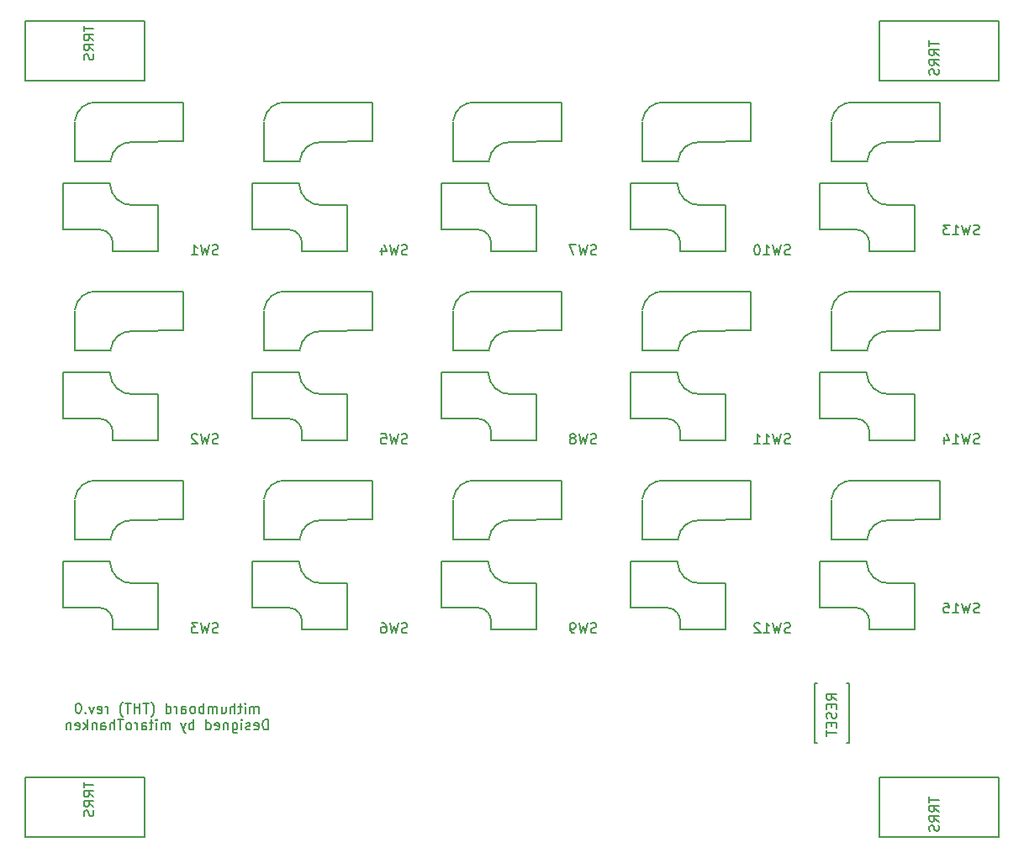
<source format=gbo>
G04 #@! TF.GenerationSoftware,KiCad,Pcbnew,(5.1.0)-1*
G04 #@! TF.CreationDate,2019-04-24T01:58:38+09:00*
G04 #@! TF.ProjectId,mithumboard,6d697468-756d-4626-9f61-72642e6b6963,rev?*
G04 #@! TF.SameCoordinates,Original*
G04 #@! TF.FileFunction,Legend,Bot*
G04 #@! TF.FilePolarity,Positive*
%FSLAX46Y46*%
G04 Gerber Fmt 4.6, Leading zero omitted, Abs format (unit mm)*
G04 Created by KiCad (PCBNEW (5.1.0)-1) date 2019-04-24 01:58:38*
%MOMM*%
%LPD*%
G04 APERTURE LIST*
%ADD10C,0.150000*%
G04 APERTURE END LIST*
D10*
X83485476Y-112117380D02*
X83485476Y-111450714D01*
X83485476Y-111545952D02*
X83437857Y-111498333D01*
X83342619Y-111450714D01*
X83199761Y-111450714D01*
X83104523Y-111498333D01*
X83056904Y-111593571D01*
X83056904Y-112117380D01*
X83056904Y-111593571D02*
X83009285Y-111498333D01*
X82914047Y-111450714D01*
X82771190Y-111450714D01*
X82675952Y-111498333D01*
X82628333Y-111593571D01*
X82628333Y-112117380D01*
X82152142Y-112117380D02*
X82152142Y-111450714D01*
X82152142Y-111117380D02*
X82199761Y-111165000D01*
X82152142Y-111212619D01*
X82104523Y-111165000D01*
X82152142Y-111117380D01*
X82152142Y-111212619D01*
X81818809Y-111450714D02*
X81437857Y-111450714D01*
X81675952Y-111117380D02*
X81675952Y-111974523D01*
X81628333Y-112069761D01*
X81533095Y-112117380D01*
X81437857Y-112117380D01*
X81104523Y-112117380D02*
X81104523Y-111117380D01*
X80675952Y-112117380D02*
X80675952Y-111593571D01*
X80723571Y-111498333D01*
X80818809Y-111450714D01*
X80961666Y-111450714D01*
X81056904Y-111498333D01*
X81104523Y-111545952D01*
X79771190Y-111450714D02*
X79771190Y-112117380D01*
X80199761Y-111450714D02*
X80199761Y-111974523D01*
X80152142Y-112069761D01*
X80056904Y-112117380D01*
X79914047Y-112117380D01*
X79818809Y-112069761D01*
X79771190Y-112022142D01*
X79295000Y-112117380D02*
X79295000Y-111450714D01*
X79295000Y-111545952D02*
X79247380Y-111498333D01*
X79152142Y-111450714D01*
X79009285Y-111450714D01*
X78914047Y-111498333D01*
X78866428Y-111593571D01*
X78866428Y-112117380D01*
X78866428Y-111593571D02*
X78818809Y-111498333D01*
X78723571Y-111450714D01*
X78580714Y-111450714D01*
X78485476Y-111498333D01*
X78437857Y-111593571D01*
X78437857Y-112117380D01*
X77961666Y-112117380D02*
X77961666Y-111117380D01*
X77961666Y-111498333D02*
X77866428Y-111450714D01*
X77675952Y-111450714D01*
X77580714Y-111498333D01*
X77533095Y-111545952D01*
X77485476Y-111641190D01*
X77485476Y-111926904D01*
X77533095Y-112022142D01*
X77580714Y-112069761D01*
X77675952Y-112117380D01*
X77866428Y-112117380D01*
X77961666Y-112069761D01*
X76914047Y-112117380D02*
X77009285Y-112069761D01*
X77056904Y-112022142D01*
X77104523Y-111926904D01*
X77104523Y-111641190D01*
X77056904Y-111545952D01*
X77009285Y-111498333D01*
X76914047Y-111450714D01*
X76771190Y-111450714D01*
X76675952Y-111498333D01*
X76628333Y-111545952D01*
X76580714Y-111641190D01*
X76580714Y-111926904D01*
X76628333Y-112022142D01*
X76675952Y-112069761D01*
X76771190Y-112117380D01*
X76914047Y-112117380D01*
X75723571Y-112117380D02*
X75723571Y-111593571D01*
X75771190Y-111498333D01*
X75866428Y-111450714D01*
X76056904Y-111450714D01*
X76152142Y-111498333D01*
X75723571Y-112069761D02*
X75818809Y-112117380D01*
X76056904Y-112117380D01*
X76152142Y-112069761D01*
X76199761Y-111974523D01*
X76199761Y-111879285D01*
X76152142Y-111784047D01*
X76056904Y-111736428D01*
X75818809Y-111736428D01*
X75723571Y-111688809D01*
X75247380Y-112117380D02*
X75247380Y-111450714D01*
X75247380Y-111641190D02*
X75199761Y-111545952D01*
X75152142Y-111498333D01*
X75056904Y-111450714D01*
X74961666Y-111450714D01*
X74199761Y-112117380D02*
X74199761Y-111117380D01*
X74199761Y-112069761D02*
X74295000Y-112117380D01*
X74485476Y-112117380D01*
X74580714Y-112069761D01*
X74628333Y-112022142D01*
X74675952Y-111926904D01*
X74675952Y-111641190D01*
X74628333Y-111545952D01*
X74580714Y-111498333D01*
X74485476Y-111450714D01*
X74295000Y-111450714D01*
X74199761Y-111498333D01*
X72675952Y-112498333D02*
X72723571Y-112450714D01*
X72818809Y-112307857D01*
X72866428Y-112212619D01*
X72914047Y-112069761D01*
X72961666Y-111831666D01*
X72961666Y-111641190D01*
X72914047Y-111403095D01*
X72866428Y-111260238D01*
X72818809Y-111165000D01*
X72723571Y-111022142D01*
X72675952Y-110974523D01*
X72437857Y-111117380D02*
X71866428Y-111117380D01*
X72152142Y-112117380D02*
X72152142Y-111117380D01*
X71533095Y-112117380D02*
X71533095Y-111117380D01*
X71533095Y-111593571D02*
X70961666Y-111593571D01*
X70961666Y-112117380D02*
X70961666Y-111117380D01*
X70628333Y-111117380D02*
X70056904Y-111117380D01*
X70342619Y-112117380D02*
X70342619Y-111117380D01*
X69818809Y-112498333D02*
X69771190Y-112450714D01*
X69675952Y-112307857D01*
X69628333Y-112212619D01*
X69580714Y-112069761D01*
X69533095Y-111831666D01*
X69533095Y-111641190D01*
X69580714Y-111403095D01*
X69628333Y-111260238D01*
X69675952Y-111165000D01*
X69771190Y-111022142D01*
X69818809Y-110974523D01*
X68295000Y-112117380D02*
X68295000Y-111450714D01*
X68295000Y-111641190D02*
X68247380Y-111545952D01*
X68199761Y-111498333D01*
X68104523Y-111450714D01*
X68009285Y-111450714D01*
X67295000Y-112069761D02*
X67390238Y-112117380D01*
X67580714Y-112117380D01*
X67675952Y-112069761D01*
X67723571Y-111974523D01*
X67723571Y-111593571D01*
X67675952Y-111498333D01*
X67580714Y-111450714D01*
X67390238Y-111450714D01*
X67295000Y-111498333D01*
X67247380Y-111593571D01*
X67247380Y-111688809D01*
X67723571Y-111784047D01*
X66914047Y-111450714D02*
X66675952Y-112117380D01*
X66437857Y-111450714D01*
X66056904Y-112022142D02*
X66009285Y-112069761D01*
X66056904Y-112117380D01*
X66104523Y-112069761D01*
X66056904Y-112022142D01*
X66056904Y-112117380D01*
X65390238Y-111117380D02*
X65294999Y-111117380D01*
X65199761Y-111165000D01*
X65152142Y-111212619D01*
X65104523Y-111307857D01*
X65056904Y-111498333D01*
X65056904Y-111736428D01*
X65104523Y-111926904D01*
X65152142Y-112022142D01*
X65199761Y-112069761D01*
X65294999Y-112117380D01*
X65390238Y-112117380D01*
X65485476Y-112069761D01*
X65533095Y-112022142D01*
X65580714Y-111926904D01*
X65628333Y-111736428D01*
X65628333Y-111498333D01*
X65580714Y-111307857D01*
X65533095Y-111212619D01*
X65485476Y-111165000D01*
X65390238Y-111117380D01*
X84437857Y-113767380D02*
X84437857Y-112767380D01*
X84199761Y-112767380D01*
X84056904Y-112815000D01*
X83961666Y-112910238D01*
X83914047Y-113005476D01*
X83866428Y-113195952D01*
X83866428Y-113338809D01*
X83914047Y-113529285D01*
X83961666Y-113624523D01*
X84056904Y-113719761D01*
X84199761Y-113767380D01*
X84437857Y-113767380D01*
X83056904Y-113719761D02*
X83152142Y-113767380D01*
X83342619Y-113767380D01*
X83437857Y-113719761D01*
X83485476Y-113624523D01*
X83485476Y-113243571D01*
X83437857Y-113148333D01*
X83342619Y-113100714D01*
X83152142Y-113100714D01*
X83056904Y-113148333D01*
X83009285Y-113243571D01*
X83009285Y-113338809D01*
X83485476Y-113434047D01*
X82628333Y-113719761D02*
X82533095Y-113767380D01*
X82342619Y-113767380D01*
X82247380Y-113719761D01*
X82199761Y-113624523D01*
X82199761Y-113576904D01*
X82247380Y-113481666D01*
X82342619Y-113434047D01*
X82485476Y-113434047D01*
X82580714Y-113386428D01*
X82628333Y-113291190D01*
X82628333Y-113243571D01*
X82580714Y-113148333D01*
X82485476Y-113100714D01*
X82342619Y-113100714D01*
X82247380Y-113148333D01*
X81771190Y-113767380D02*
X81771190Y-113100714D01*
X81771190Y-112767380D02*
X81818809Y-112815000D01*
X81771190Y-112862619D01*
X81723571Y-112815000D01*
X81771190Y-112767380D01*
X81771190Y-112862619D01*
X80866428Y-113100714D02*
X80866428Y-113910238D01*
X80914047Y-114005476D01*
X80961666Y-114053095D01*
X81056904Y-114100714D01*
X81199761Y-114100714D01*
X81295000Y-114053095D01*
X80866428Y-113719761D02*
X80961666Y-113767380D01*
X81152142Y-113767380D01*
X81247380Y-113719761D01*
X81295000Y-113672142D01*
X81342619Y-113576904D01*
X81342619Y-113291190D01*
X81295000Y-113195952D01*
X81247380Y-113148333D01*
X81152142Y-113100714D01*
X80961666Y-113100714D01*
X80866428Y-113148333D01*
X80390238Y-113100714D02*
X80390238Y-113767380D01*
X80390238Y-113195952D02*
X80342619Y-113148333D01*
X80247380Y-113100714D01*
X80104523Y-113100714D01*
X80009285Y-113148333D01*
X79961666Y-113243571D01*
X79961666Y-113767380D01*
X79104523Y-113719761D02*
X79199761Y-113767380D01*
X79390238Y-113767380D01*
X79485476Y-113719761D01*
X79533095Y-113624523D01*
X79533095Y-113243571D01*
X79485476Y-113148333D01*
X79390238Y-113100714D01*
X79199761Y-113100714D01*
X79104523Y-113148333D01*
X79056904Y-113243571D01*
X79056904Y-113338809D01*
X79533095Y-113434047D01*
X78199761Y-113767380D02*
X78199761Y-112767380D01*
X78199761Y-113719761D02*
X78295000Y-113767380D01*
X78485476Y-113767380D01*
X78580714Y-113719761D01*
X78628333Y-113672142D01*
X78675952Y-113576904D01*
X78675952Y-113291190D01*
X78628333Y-113195952D01*
X78580714Y-113148333D01*
X78485476Y-113100714D01*
X78295000Y-113100714D01*
X78199761Y-113148333D01*
X76961666Y-113767380D02*
X76961666Y-112767380D01*
X76961666Y-113148333D02*
X76866428Y-113100714D01*
X76675952Y-113100714D01*
X76580714Y-113148333D01*
X76533095Y-113195952D01*
X76485476Y-113291190D01*
X76485476Y-113576904D01*
X76533095Y-113672142D01*
X76580714Y-113719761D01*
X76675952Y-113767380D01*
X76866428Y-113767380D01*
X76961666Y-113719761D01*
X76152142Y-113100714D02*
X75914047Y-113767380D01*
X75675952Y-113100714D02*
X75914047Y-113767380D01*
X76009285Y-114005476D01*
X76056904Y-114053095D01*
X76152142Y-114100714D01*
X74533095Y-113767380D02*
X74533095Y-113100714D01*
X74533095Y-113195952D02*
X74485476Y-113148333D01*
X74390238Y-113100714D01*
X74247380Y-113100714D01*
X74152142Y-113148333D01*
X74104523Y-113243571D01*
X74104523Y-113767380D01*
X74104523Y-113243571D02*
X74056904Y-113148333D01*
X73961666Y-113100714D01*
X73818809Y-113100714D01*
X73723571Y-113148333D01*
X73675952Y-113243571D01*
X73675952Y-113767380D01*
X73199761Y-113767380D02*
X73199761Y-113100714D01*
X73199761Y-112767380D02*
X73247380Y-112815000D01*
X73199761Y-112862619D01*
X73152142Y-112815000D01*
X73199761Y-112767380D01*
X73199761Y-112862619D01*
X72866428Y-113100714D02*
X72485476Y-113100714D01*
X72723571Y-112767380D02*
X72723571Y-113624523D01*
X72675952Y-113719761D01*
X72580714Y-113767380D01*
X72485476Y-113767380D01*
X71723571Y-113767380D02*
X71723571Y-113243571D01*
X71771190Y-113148333D01*
X71866428Y-113100714D01*
X72056904Y-113100714D01*
X72152142Y-113148333D01*
X71723571Y-113719761D02*
X71818809Y-113767380D01*
X72056904Y-113767380D01*
X72152142Y-113719761D01*
X72199761Y-113624523D01*
X72199761Y-113529285D01*
X72152142Y-113434047D01*
X72056904Y-113386428D01*
X71818809Y-113386428D01*
X71723571Y-113338809D01*
X71247380Y-113767380D02*
X71247380Y-113100714D01*
X71247380Y-113291190D02*
X71199761Y-113195952D01*
X71152142Y-113148333D01*
X71056904Y-113100714D01*
X70961666Y-113100714D01*
X70485476Y-113767380D02*
X70580714Y-113719761D01*
X70628333Y-113672142D01*
X70675952Y-113576904D01*
X70675952Y-113291190D01*
X70628333Y-113195952D01*
X70580714Y-113148333D01*
X70485476Y-113100714D01*
X70342619Y-113100714D01*
X70247380Y-113148333D01*
X70199761Y-113195952D01*
X70152142Y-113291190D01*
X70152142Y-113576904D01*
X70199761Y-113672142D01*
X70247380Y-113719761D01*
X70342619Y-113767380D01*
X70485476Y-113767380D01*
X69866428Y-112767380D02*
X69295000Y-112767380D01*
X69580714Y-113767380D02*
X69580714Y-112767380D01*
X68961666Y-113767380D02*
X68961666Y-112767380D01*
X68533095Y-113767380D02*
X68533095Y-113243571D01*
X68580714Y-113148333D01*
X68675952Y-113100714D01*
X68818809Y-113100714D01*
X68914047Y-113148333D01*
X68961666Y-113195952D01*
X67628333Y-113767380D02*
X67628333Y-113243571D01*
X67675952Y-113148333D01*
X67771190Y-113100714D01*
X67961666Y-113100714D01*
X68056904Y-113148333D01*
X67628333Y-113719761D02*
X67723571Y-113767380D01*
X67961666Y-113767380D01*
X68056904Y-113719761D01*
X68104523Y-113624523D01*
X68104523Y-113529285D01*
X68056904Y-113434047D01*
X67961666Y-113386428D01*
X67723571Y-113386428D01*
X67628333Y-113338809D01*
X67152142Y-113100714D02*
X67152142Y-113767380D01*
X67152142Y-113195952D02*
X67104523Y-113148333D01*
X67009285Y-113100714D01*
X66866428Y-113100714D01*
X66771190Y-113148333D01*
X66723571Y-113243571D01*
X66723571Y-113767380D01*
X66247380Y-113767380D02*
X66247380Y-112767380D01*
X66152142Y-113386428D02*
X65866428Y-113767380D01*
X65866428Y-113100714D02*
X66247380Y-113481666D01*
X65056904Y-113719761D02*
X65152142Y-113767380D01*
X65342619Y-113767380D01*
X65437857Y-113719761D01*
X65485476Y-113624523D01*
X65485476Y-113243571D01*
X65437857Y-113148333D01*
X65342619Y-113100714D01*
X65152142Y-113100714D01*
X65056904Y-113148333D01*
X65009285Y-113243571D01*
X65009285Y-113338809D01*
X65485476Y-113434047D01*
X64580714Y-113100714D02*
X64580714Y-113767380D01*
X64580714Y-113195952D02*
X64533095Y-113148333D01*
X64437857Y-113100714D01*
X64295000Y-113100714D01*
X64199761Y-113148333D01*
X64152142Y-113243571D01*
X64152142Y-113767380D01*
X125945001Y-83925001D02*
X125945001Y-84625001D01*
X125945001Y-83875001D02*
G75*
G03X124725001Y-82455001I-1320000J100000D01*
G01*
X125655001Y-77825001D02*
G75*
G03X128025001Y-79995001I2270000J100000D01*
G01*
X120950001Y-77825001D02*
X120925001Y-82425001D01*
X130525001Y-80025001D02*
X130525001Y-84625001D01*
X124725001Y-82450001D02*
X120950001Y-82450001D01*
X125650001Y-77800001D02*
X120950001Y-77800001D01*
X130500001Y-80000001D02*
X127950001Y-80000001D01*
X130500001Y-84650001D02*
X125950001Y-84650001D01*
X125740001Y-75505001D02*
G75*
G02X128000001Y-73625001I2070000J-190000D01*
G01*
X122136001Y-71505001D02*
G75*
G02X124400001Y-69621001I2074000J-190000D01*
G01*
X133025001Y-73575001D02*
X127975001Y-73621001D01*
X133025001Y-73529001D02*
X133025001Y-69621001D01*
X133025001Y-69621001D02*
X124400001Y-69621001D01*
X122125001Y-71575001D02*
X122125001Y-75520001D01*
X122125001Y-75529001D02*
X125735001Y-75529001D01*
X142974000Y-115109000D02*
X142724000Y-115109000D01*
X142974000Y-109109000D02*
X142974000Y-115109000D01*
X142724000Y-109109000D02*
X142974000Y-109109000D01*
X139474000Y-109109000D02*
X139724000Y-109109000D01*
X139474000Y-115109000D02*
X139474000Y-109109000D01*
X139724000Y-115109000D02*
X139474000Y-115109000D01*
X68795001Y-64875001D02*
X68795001Y-65575001D01*
X68795001Y-64825001D02*
G75*
G03X67575001Y-63405001I-1320000J100000D01*
G01*
X68505001Y-58775001D02*
G75*
G03X70875001Y-60945001I2270000J100000D01*
G01*
X63800001Y-58775001D02*
X63775001Y-63375001D01*
X73375001Y-60975001D02*
X73375001Y-65575001D01*
X67575001Y-63400001D02*
X63800001Y-63400001D01*
X68500001Y-58750001D02*
X63800001Y-58750001D01*
X73350001Y-60950001D02*
X70800001Y-60950001D01*
X73350001Y-65600001D02*
X68800001Y-65600001D01*
X68590001Y-56455001D02*
G75*
G02X70850001Y-54575001I2070000J-190000D01*
G01*
X64986001Y-52455001D02*
G75*
G02X67250001Y-50571001I2074000J-190000D01*
G01*
X75875001Y-54525001D02*
X70825001Y-54571001D01*
X75875001Y-54479001D02*
X75875001Y-50571001D01*
X75875001Y-50571001D02*
X67250001Y-50571001D01*
X64975001Y-52525001D02*
X64975001Y-56470001D01*
X64975001Y-56479001D02*
X68585001Y-56479001D01*
X68795001Y-83925001D02*
X68795001Y-84625001D01*
X68795001Y-83875001D02*
G75*
G03X67575001Y-82455001I-1320000J100000D01*
G01*
X68505001Y-77825001D02*
G75*
G03X70875001Y-79995001I2270000J100000D01*
G01*
X63800001Y-77825001D02*
X63775001Y-82425001D01*
X73375001Y-80025001D02*
X73375001Y-84625001D01*
X67575001Y-82450001D02*
X63800001Y-82450001D01*
X68500001Y-77800001D02*
X63800001Y-77800001D01*
X73350001Y-80000001D02*
X70800001Y-80000001D01*
X73350001Y-84650001D02*
X68800001Y-84650001D01*
X68590001Y-75505001D02*
G75*
G02X70850001Y-73625001I2070000J-190000D01*
G01*
X64986001Y-71505001D02*
G75*
G02X67250001Y-69621001I2074000J-190000D01*
G01*
X75875001Y-73575001D02*
X70825001Y-73621001D01*
X75875001Y-73529001D02*
X75875001Y-69621001D01*
X75875001Y-69621001D02*
X67250001Y-69621001D01*
X64975001Y-71575001D02*
X64975001Y-75520001D01*
X64975001Y-75529001D02*
X68585001Y-75529001D01*
X68795001Y-102975001D02*
X68795001Y-103675001D01*
X68795001Y-102925001D02*
G75*
G03X67575001Y-101505001I-1320000J100000D01*
G01*
X68505001Y-96875001D02*
G75*
G03X70875001Y-99045001I2270000J100000D01*
G01*
X63800001Y-96875001D02*
X63775001Y-101475001D01*
X73375001Y-99075001D02*
X73375001Y-103675001D01*
X67575001Y-101500001D02*
X63800001Y-101500001D01*
X68500001Y-96850001D02*
X63800001Y-96850001D01*
X73350001Y-99050001D02*
X70800001Y-99050001D01*
X73350001Y-103700001D02*
X68800001Y-103700001D01*
X68590001Y-94555001D02*
G75*
G02X70850001Y-92675001I2070000J-190000D01*
G01*
X64986001Y-90555001D02*
G75*
G02X67250001Y-88671001I2074000J-190000D01*
G01*
X75875001Y-92625001D02*
X70825001Y-92671001D01*
X75875001Y-92579001D02*
X75875001Y-88671001D01*
X75875001Y-88671001D02*
X67250001Y-88671001D01*
X64975001Y-90625001D02*
X64975001Y-94570001D01*
X64975001Y-94579001D02*
X68585001Y-94579001D01*
X87845001Y-64875001D02*
X87845001Y-65575001D01*
X87845001Y-64825001D02*
G75*
G03X86625001Y-63405001I-1320000J100000D01*
G01*
X87555001Y-58775001D02*
G75*
G03X89925001Y-60945001I2270000J100000D01*
G01*
X82850001Y-58775001D02*
X82825001Y-63375001D01*
X92425001Y-60975001D02*
X92425001Y-65575001D01*
X86625001Y-63400001D02*
X82850001Y-63400001D01*
X87550001Y-58750001D02*
X82850001Y-58750001D01*
X92400001Y-60950001D02*
X89850001Y-60950001D01*
X92400001Y-65600001D02*
X87850001Y-65600001D01*
X87640001Y-56455001D02*
G75*
G02X89900001Y-54575001I2070000J-190000D01*
G01*
X84036001Y-52455001D02*
G75*
G02X86300001Y-50571001I2074000J-190000D01*
G01*
X94925001Y-54525001D02*
X89875001Y-54571001D01*
X94925001Y-54479001D02*
X94925001Y-50571001D01*
X94925001Y-50571001D02*
X86300001Y-50571001D01*
X84025001Y-52525001D02*
X84025001Y-56470001D01*
X84025001Y-56479001D02*
X87635001Y-56479001D01*
X87845001Y-83925001D02*
X87845001Y-84625001D01*
X87845001Y-83875001D02*
G75*
G03X86625001Y-82455001I-1320000J100000D01*
G01*
X87555001Y-77825001D02*
G75*
G03X89925001Y-79995001I2270000J100000D01*
G01*
X82850001Y-77825001D02*
X82825001Y-82425001D01*
X92425001Y-80025001D02*
X92425001Y-84625001D01*
X86625001Y-82450001D02*
X82850001Y-82450001D01*
X87550001Y-77800001D02*
X82850001Y-77800001D01*
X92400001Y-80000001D02*
X89850001Y-80000001D01*
X92400001Y-84650001D02*
X87850001Y-84650001D01*
X87640001Y-75505001D02*
G75*
G02X89900001Y-73625001I2070000J-190000D01*
G01*
X84036001Y-71505001D02*
G75*
G02X86300001Y-69621001I2074000J-190000D01*
G01*
X94925001Y-73575001D02*
X89875001Y-73621001D01*
X94925001Y-73529001D02*
X94925001Y-69621001D01*
X94925001Y-69621001D02*
X86300001Y-69621001D01*
X84025001Y-71575001D02*
X84025001Y-75520001D01*
X84025001Y-75529001D02*
X87635001Y-75529001D01*
X87845001Y-102975001D02*
X87845001Y-103675001D01*
X87845001Y-102925001D02*
G75*
G03X86625001Y-101505001I-1320000J100000D01*
G01*
X87555001Y-96875001D02*
G75*
G03X89925001Y-99045001I2270000J100000D01*
G01*
X82850001Y-96875001D02*
X82825001Y-101475001D01*
X92425001Y-99075001D02*
X92425001Y-103675001D01*
X86625001Y-101500001D02*
X82850001Y-101500001D01*
X87550001Y-96850001D02*
X82850001Y-96850001D01*
X92400001Y-99050001D02*
X89850001Y-99050001D01*
X92400001Y-103700001D02*
X87850001Y-103700001D01*
X87640001Y-94555001D02*
G75*
G02X89900001Y-92675001I2070000J-190000D01*
G01*
X84036001Y-90555001D02*
G75*
G02X86300001Y-88671001I2074000J-190000D01*
G01*
X94925001Y-92625001D02*
X89875001Y-92671001D01*
X94925001Y-92579001D02*
X94925001Y-88671001D01*
X94925001Y-88671001D02*
X86300001Y-88671001D01*
X84025001Y-90625001D02*
X84025001Y-94570001D01*
X84025001Y-94579001D02*
X87635001Y-94579001D01*
X106895001Y-64875001D02*
X106895001Y-65575001D01*
X106895001Y-64825001D02*
G75*
G03X105675001Y-63405001I-1320000J100000D01*
G01*
X106605001Y-58775001D02*
G75*
G03X108975001Y-60945001I2270000J100000D01*
G01*
X101900001Y-58775001D02*
X101875001Y-63375001D01*
X111475001Y-60975001D02*
X111475001Y-65575001D01*
X105675001Y-63400001D02*
X101900001Y-63400001D01*
X106600001Y-58750001D02*
X101900001Y-58750001D01*
X111450001Y-60950001D02*
X108900001Y-60950001D01*
X111450001Y-65600001D02*
X106900001Y-65600001D01*
X106690001Y-56455001D02*
G75*
G02X108950001Y-54575001I2070000J-190000D01*
G01*
X103086001Y-52455001D02*
G75*
G02X105350001Y-50571001I2074000J-190000D01*
G01*
X113975001Y-54525001D02*
X108925001Y-54571001D01*
X113975001Y-54479001D02*
X113975001Y-50571001D01*
X113975001Y-50571001D02*
X105350001Y-50571001D01*
X103075001Y-52525001D02*
X103075001Y-56470001D01*
X103075001Y-56479001D02*
X106685001Y-56479001D01*
X106895001Y-83925001D02*
X106895001Y-84625001D01*
X106895001Y-83875001D02*
G75*
G03X105675001Y-82455001I-1320000J100000D01*
G01*
X106605001Y-77825001D02*
G75*
G03X108975001Y-79995001I2270000J100000D01*
G01*
X101900001Y-77825001D02*
X101875001Y-82425001D01*
X111475001Y-80025001D02*
X111475001Y-84625001D01*
X105675001Y-82450001D02*
X101900001Y-82450001D01*
X106600001Y-77800001D02*
X101900001Y-77800001D01*
X111450001Y-80000001D02*
X108900001Y-80000001D01*
X111450001Y-84650001D02*
X106900001Y-84650001D01*
X106690001Y-75505001D02*
G75*
G02X108950001Y-73625001I2070000J-190000D01*
G01*
X103086001Y-71505001D02*
G75*
G02X105350001Y-69621001I2074000J-190000D01*
G01*
X113975001Y-73575001D02*
X108925001Y-73621001D01*
X113975001Y-73529001D02*
X113975001Y-69621001D01*
X113975001Y-69621001D02*
X105350001Y-69621001D01*
X103075001Y-71575001D02*
X103075001Y-75520001D01*
X103075001Y-75529001D02*
X106685001Y-75529001D01*
X106895001Y-102975001D02*
X106895001Y-103675001D01*
X106895001Y-102925001D02*
G75*
G03X105675001Y-101505001I-1320000J100000D01*
G01*
X106605001Y-96875001D02*
G75*
G03X108975001Y-99045001I2270000J100000D01*
G01*
X101900001Y-96875001D02*
X101875001Y-101475001D01*
X111475001Y-99075001D02*
X111475001Y-103675001D01*
X105675001Y-101500001D02*
X101900001Y-101500001D01*
X106600001Y-96850001D02*
X101900001Y-96850001D01*
X111450001Y-99050001D02*
X108900001Y-99050001D01*
X111450001Y-103700001D02*
X106900001Y-103700001D01*
X106690001Y-94555001D02*
G75*
G02X108950001Y-92675001I2070000J-190000D01*
G01*
X103086001Y-90555001D02*
G75*
G02X105350001Y-88671001I2074000J-190000D01*
G01*
X113975001Y-92625001D02*
X108925001Y-92671001D01*
X113975001Y-92579001D02*
X113975001Y-88671001D01*
X113975001Y-88671001D02*
X105350001Y-88671001D01*
X103075001Y-90625001D02*
X103075001Y-94570001D01*
X103075001Y-94579001D02*
X106685001Y-94579001D01*
X125945001Y-64875001D02*
X125945001Y-65575001D01*
X125945001Y-64825001D02*
G75*
G03X124725001Y-63405001I-1320000J100000D01*
G01*
X125655001Y-58775001D02*
G75*
G03X128025001Y-60945001I2270000J100000D01*
G01*
X120950001Y-58775001D02*
X120925001Y-63375001D01*
X130525001Y-60975001D02*
X130525001Y-65575001D01*
X124725001Y-63400001D02*
X120950001Y-63400001D01*
X125650001Y-58750001D02*
X120950001Y-58750001D01*
X130500001Y-60950001D02*
X127950001Y-60950001D01*
X130500001Y-65600001D02*
X125950001Y-65600001D01*
X125740001Y-56455001D02*
G75*
G02X128000001Y-54575001I2070000J-190000D01*
G01*
X122136001Y-52455001D02*
G75*
G02X124400001Y-50571001I2074000J-190000D01*
G01*
X133025001Y-54525001D02*
X127975001Y-54571001D01*
X133025001Y-54479001D02*
X133025001Y-50571001D01*
X133025001Y-50571001D02*
X124400001Y-50571001D01*
X122125001Y-52525001D02*
X122125001Y-56470001D01*
X122125001Y-56479001D02*
X125735001Y-56479001D01*
X125945001Y-102975001D02*
X125945001Y-103675001D01*
X125945001Y-102925001D02*
G75*
G03X124725001Y-101505001I-1320000J100000D01*
G01*
X125655001Y-96875001D02*
G75*
G03X128025001Y-99045001I2270000J100000D01*
G01*
X120950001Y-96875001D02*
X120925001Y-101475001D01*
X130525001Y-99075001D02*
X130525001Y-103675001D01*
X124725001Y-101500001D02*
X120950001Y-101500001D01*
X125650001Y-96850001D02*
X120950001Y-96850001D01*
X130500001Y-99050001D02*
X127950001Y-99050001D01*
X130500001Y-103700001D02*
X125950001Y-103700001D01*
X125740001Y-94555001D02*
G75*
G02X128000001Y-92675001I2070000J-190000D01*
G01*
X122136001Y-90555001D02*
G75*
G02X124400001Y-88671001I2074000J-190000D01*
G01*
X133025001Y-92625001D02*
X127975001Y-92671001D01*
X133025001Y-92579001D02*
X133025001Y-88671001D01*
X133025001Y-88671001D02*
X124400001Y-88671001D01*
X122125001Y-90625001D02*
X122125001Y-94570001D01*
X122125001Y-94579001D02*
X125735001Y-94579001D01*
X144995001Y-64875001D02*
X144995001Y-65575001D01*
X144995001Y-64825001D02*
G75*
G03X143775001Y-63405001I-1320000J100000D01*
G01*
X144705001Y-58775001D02*
G75*
G03X147075001Y-60945001I2270000J100000D01*
G01*
X140000001Y-58775001D02*
X139975001Y-63375001D01*
X149575001Y-60975001D02*
X149575001Y-65575001D01*
X143775001Y-63400001D02*
X140000001Y-63400001D01*
X144700001Y-58750001D02*
X140000001Y-58750001D01*
X149550001Y-60950001D02*
X147000001Y-60950001D01*
X149550001Y-65600001D02*
X145000001Y-65600001D01*
X144790001Y-56455001D02*
G75*
G02X147050001Y-54575001I2070000J-190000D01*
G01*
X141186001Y-52455001D02*
G75*
G02X143450001Y-50571001I2074000J-190000D01*
G01*
X152075001Y-54525001D02*
X147025001Y-54571001D01*
X152075001Y-54479001D02*
X152075001Y-50571001D01*
X152075001Y-50571001D02*
X143450001Y-50571001D01*
X141175001Y-52525001D02*
X141175001Y-56470001D01*
X141175001Y-56479001D02*
X144785001Y-56479001D01*
X144995001Y-83925001D02*
X144995001Y-84625001D01*
X144995001Y-83875001D02*
G75*
G03X143775001Y-82455001I-1320000J100000D01*
G01*
X144705001Y-77825001D02*
G75*
G03X147075001Y-79995001I2270000J100000D01*
G01*
X140000001Y-77825001D02*
X139975001Y-82425001D01*
X149575001Y-80025001D02*
X149575001Y-84625001D01*
X143775001Y-82450001D02*
X140000001Y-82450001D01*
X144700001Y-77800001D02*
X140000001Y-77800001D01*
X149550001Y-80000001D02*
X147000001Y-80000001D01*
X149550001Y-84650001D02*
X145000001Y-84650001D01*
X144790001Y-75505001D02*
G75*
G02X147050001Y-73625001I2070000J-190000D01*
G01*
X141186001Y-71505001D02*
G75*
G02X143450001Y-69621001I2074000J-190000D01*
G01*
X152075001Y-73575001D02*
X147025001Y-73621001D01*
X152075001Y-73529001D02*
X152075001Y-69621001D01*
X152075001Y-69621001D02*
X143450001Y-69621001D01*
X141175001Y-71575001D02*
X141175001Y-75520001D01*
X141175001Y-75529001D02*
X144785001Y-75529001D01*
X144995001Y-102975001D02*
X144995001Y-103675001D01*
X144995001Y-102925001D02*
G75*
G03X143775001Y-101505001I-1320000J100000D01*
G01*
X144705001Y-96875001D02*
G75*
G03X147075001Y-99045001I2270000J100000D01*
G01*
X140000001Y-96875001D02*
X139975001Y-101475001D01*
X149575001Y-99075001D02*
X149575001Y-103675001D01*
X143775001Y-101500001D02*
X140000001Y-101500001D01*
X144700001Y-96850001D02*
X140000001Y-96850001D01*
X149550001Y-99050001D02*
X147000001Y-99050001D01*
X149550001Y-103700001D02*
X145000001Y-103700001D01*
X144790001Y-94555001D02*
G75*
G02X147050001Y-92675001I2070000J-190000D01*
G01*
X141186001Y-90555001D02*
G75*
G02X143450001Y-88671001I2074000J-190000D01*
G01*
X152075001Y-92625001D02*
X147025001Y-92671001D01*
X152075001Y-92579001D02*
X152075001Y-88671001D01*
X152075001Y-88671001D02*
X143450001Y-88671001D01*
X141175001Y-90625001D02*
X141175001Y-94570001D01*
X141175001Y-94579001D02*
X144785001Y-94579001D01*
X146025000Y-124575000D02*
X158025000Y-124575000D01*
X146025000Y-118575000D02*
X146025000Y-124575000D01*
X158025000Y-118575000D02*
X146025000Y-118575000D01*
X158025000Y-124575000D02*
X158025000Y-118575000D01*
X71980000Y-118575000D02*
X59980000Y-118575000D01*
X71980000Y-124575000D02*
X71980000Y-118575000D01*
X59980000Y-124575000D02*
X71980000Y-124575000D01*
X59980000Y-118575000D02*
X59980000Y-124575000D01*
X146025000Y-48375000D02*
X158025000Y-48375000D01*
X146025000Y-42375000D02*
X146025000Y-48375000D01*
X158025000Y-42375000D02*
X146025000Y-42375000D01*
X158025000Y-48375000D02*
X158025000Y-42375000D01*
X71980000Y-42375000D02*
X59980000Y-42375000D01*
X71980000Y-48375000D02*
X71980000Y-42375000D01*
X59980000Y-48375000D02*
X71980000Y-48375000D01*
X59980000Y-42375000D02*
X59980000Y-48375000D01*
X137034524Y-84929762D02*
X136891667Y-84977381D01*
X136653572Y-84977381D01*
X136558334Y-84929762D01*
X136510715Y-84882143D01*
X136463096Y-84786905D01*
X136463096Y-84691667D01*
X136510715Y-84596429D01*
X136558334Y-84548810D01*
X136653572Y-84501191D01*
X136844048Y-84453572D01*
X136939286Y-84405953D01*
X136986905Y-84358334D01*
X137034524Y-84263096D01*
X137034524Y-84167858D01*
X136986905Y-84072620D01*
X136939286Y-84025001D01*
X136844048Y-83977381D01*
X136605953Y-83977381D01*
X136463096Y-84025001D01*
X136129762Y-83977381D02*
X135891667Y-84977381D01*
X135701191Y-84263096D01*
X135510715Y-84977381D01*
X135272620Y-83977381D01*
X134367858Y-84977381D02*
X134939286Y-84977381D01*
X134653572Y-84977381D02*
X134653572Y-83977381D01*
X134748810Y-84120239D01*
X134844048Y-84215477D01*
X134939286Y-84263096D01*
X133415477Y-84977381D02*
X133986905Y-84977381D01*
X133701191Y-84977381D02*
X133701191Y-83977381D01*
X133796429Y-84120239D01*
X133891667Y-84215477D01*
X133986905Y-84263096D01*
X141676380Y-110783619D02*
X141200190Y-110450285D01*
X141676380Y-110212190D02*
X140676380Y-110212190D01*
X140676380Y-110593142D01*
X140724000Y-110688380D01*
X140771619Y-110736000D01*
X140866857Y-110783619D01*
X141009714Y-110783619D01*
X141104952Y-110736000D01*
X141152571Y-110688380D01*
X141200190Y-110593142D01*
X141200190Y-110212190D01*
X141152571Y-111212190D02*
X141152571Y-111545523D01*
X141676380Y-111688380D02*
X141676380Y-111212190D01*
X140676380Y-111212190D01*
X140676380Y-111688380D01*
X141628761Y-112069333D02*
X141676380Y-112212190D01*
X141676380Y-112450285D01*
X141628761Y-112545523D01*
X141581142Y-112593142D01*
X141485904Y-112640761D01*
X141390666Y-112640761D01*
X141295428Y-112593142D01*
X141247809Y-112545523D01*
X141200190Y-112450285D01*
X141152571Y-112259809D01*
X141104952Y-112164571D01*
X141057333Y-112116952D01*
X140962095Y-112069333D01*
X140866857Y-112069333D01*
X140771619Y-112116952D01*
X140724000Y-112164571D01*
X140676380Y-112259809D01*
X140676380Y-112497904D01*
X140724000Y-112640761D01*
X141152571Y-113069333D02*
X141152571Y-113402666D01*
X141676380Y-113545523D02*
X141676380Y-113069333D01*
X140676380Y-113069333D01*
X140676380Y-113545523D01*
X140676380Y-113831238D02*
X140676380Y-114402666D01*
X141676380Y-114116952D02*
X140676380Y-114116952D01*
X79408334Y-65879762D02*
X79265477Y-65927381D01*
X79027381Y-65927381D01*
X78932143Y-65879762D01*
X78884524Y-65832143D01*
X78836905Y-65736905D01*
X78836905Y-65641667D01*
X78884524Y-65546429D01*
X78932143Y-65498810D01*
X79027381Y-65451191D01*
X79217858Y-65403572D01*
X79313096Y-65355953D01*
X79360715Y-65308334D01*
X79408334Y-65213096D01*
X79408334Y-65117858D01*
X79360715Y-65022620D01*
X79313096Y-64975001D01*
X79217858Y-64927381D01*
X78979762Y-64927381D01*
X78836905Y-64975001D01*
X78503572Y-64927381D02*
X78265477Y-65927381D01*
X78075001Y-65213096D01*
X77884524Y-65927381D01*
X77646429Y-64927381D01*
X76741667Y-65927381D02*
X77313096Y-65927381D01*
X77027381Y-65927381D02*
X77027381Y-64927381D01*
X77122620Y-65070239D01*
X77217858Y-65165477D01*
X77313096Y-65213096D01*
X79408334Y-84929762D02*
X79265477Y-84977381D01*
X79027381Y-84977381D01*
X78932143Y-84929762D01*
X78884524Y-84882143D01*
X78836905Y-84786905D01*
X78836905Y-84691667D01*
X78884524Y-84596429D01*
X78932143Y-84548810D01*
X79027381Y-84501191D01*
X79217858Y-84453572D01*
X79313096Y-84405953D01*
X79360715Y-84358334D01*
X79408334Y-84263096D01*
X79408334Y-84167858D01*
X79360715Y-84072620D01*
X79313096Y-84025001D01*
X79217858Y-83977381D01*
X78979762Y-83977381D01*
X78836905Y-84025001D01*
X78503572Y-83977381D02*
X78265477Y-84977381D01*
X78075001Y-84263096D01*
X77884524Y-84977381D01*
X77646429Y-83977381D01*
X77313096Y-84072620D02*
X77265477Y-84025001D01*
X77170239Y-83977381D01*
X76932143Y-83977381D01*
X76836905Y-84025001D01*
X76789286Y-84072620D01*
X76741667Y-84167858D01*
X76741667Y-84263096D01*
X76789286Y-84405953D01*
X77360715Y-84977381D01*
X76741667Y-84977381D01*
X79408334Y-103979762D02*
X79265477Y-104027381D01*
X79027381Y-104027381D01*
X78932143Y-103979762D01*
X78884524Y-103932143D01*
X78836905Y-103836905D01*
X78836905Y-103741667D01*
X78884524Y-103646429D01*
X78932143Y-103598810D01*
X79027381Y-103551191D01*
X79217858Y-103503572D01*
X79313096Y-103455953D01*
X79360715Y-103408334D01*
X79408334Y-103313096D01*
X79408334Y-103217858D01*
X79360715Y-103122620D01*
X79313096Y-103075001D01*
X79217858Y-103027381D01*
X78979762Y-103027381D01*
X78836905Y-103075001D01*
X78503572Y-103027381D02*
X78265477Y-104027381D01*
X78075001Y-103313096D01*
X77884524Y-104027381D01*
X77646429Y-103027381D01*
X77360715Y-103027381D02*
X76741667Y-103027381D01*
X77075001Y-103408334D01*
X76932143Y-103408334D01*
X76836905Y-103455953D01*
X76789286Y-103503572D01*
X76741667Y-103598810D01*
X76741667Y-103836905D01*
X76789286Y-103932143D01*
X76836905Y-103979762D01*
X76932143Y-104027381D01*
X77217858Y-104027381D01*
X77313096Y-103979762D01*
X77360715Y-103932143D01*
X98458334Y-65879762D02*
X98315477Y-65927381D01*
X98077381Y-65927381D01*
X97982143Y-65879762D01*
X97934524Y-65832143D01*
X97886905Y-65736905D01*
X97886905Y-65641667D01*
X97934524Y-65546429D01*
X97982143Y-65498810D01*
X98077381Y-65451191D01*
X98267858Y-65403572D01*
X98363096Y-65355953D01*
X98410715Y-65308334D01*
X98458334Y-65213096D01*
X98458334Y-65117858D01*
X98410715Y-65022620D01*
X98363096Y-64975001D01*
X98267858Y-64927381D01*
X98029762Y-64927381D01*
X97886905Y-64975001D01*
X97553572Y-64927381D02*
X97315477Y-65927381D01*
X97125001Y-65213096D01*
X96934524Y-65927381D01*
X96696429Y-64927381D01*
X95886905Y-65260715D02*
X95886905Y-65927381D01*
X96125001Y-64879762D02*
X96363096Y-65594048D01*
X95744048Y-65594048D01*
X98458334Y-84929762D02*
X98315477Y-84977381D01*
X98077381Y-84977381D01*
X97982143Y-84929762D01*
X97934524Y-84882143D01*
X97886905Y-84786905D01*
X97886905Y-84691667D01*
X97934524Y-84596429D01*
X97982143Y-84548810D01*
X98077381Y-84501191D01*
X98267858Y-84453572D01*
X98363096Y-84405953D01*
X98410715Y-84358334D01*
X98458334Y-84263096D01*
X98458334Y-84167858D01*
X98410715Y-84072620D01*
X98363096Y-84025001D01*
X98267858Y-83977381D01*
X98029762Y-83977381D01*
X97886905Y-84025001D01*
X97553572Y-83977381D02*
X97315477Y-84977381D01*
X97125001Y-84263096D01*
X96934524Y-84977381D01*
X96696429Y-83977381D01*
X95839286Y-83977381D02*
X96315477Y-83977381D01*
X96363096Y-84453572D01*
X96315477Y-84405953D01*
X96220239Y-84358334D01*
X95982143Y-84358334D01*
X95886905Y-84405953D01*
X95839286Y-84453572D01*
X95791667Y-84548810D01*
X95791667Y-84786905D01*
X95839286Y-84882143D01*
X95886905Y-84929762D01*
X95982143Y-84977381D01*
X96220239Y-84977381D01*
X96315477Y-84929762D01*
X96363096Y-84882143D01*
X98458334Y-103979762D02*
X98315477Y-104027381D01*
X98077381Y-104027381D01*
X97982143Y-103979762D01*
X97934524Y-103932143D01*
X97886905Y-103836905D01*
X97886905Y-103741667D01*
X97934524Y-103646429D01*
X97982143Y-103598810D01*
X98077381Y-103551191D01*
X98267858Y-103503572D01*
X98363096Y-103455953D01*
X98410715Y-103408334D01*
X98458334Y-103313096D01*
X98458334Y-103217858D01*
X98410715Y-103122620D01*
X98363096Y-103075001D01*
X98267858Y-103027381D01*
X98029762Y-103027381D01*
X97886905Y-103075001D01*
X97553572Y-103027381D02*
X97315477Y-104027381D01*
X97125001Y-103313096D01*
X96934524Y-104027381D01*
X96696429Y-103027381D01*
X95886905Y-103027381D02*
X96077381Y-103027381D01*
X96172620Y-103075001D01*
X96220239Y-103122620D01*
X96315477Y-103265477D01*
X96363096Y-103455953D01*
X96363096Y-103836905D01*
X96315477Y-103932143D01*
X96267858Y-103979762D01*
X96172620Y-104027381D01*
X95982143Y-104027381D01*
X95886905Y-103979762D01*
X95839286Y-103932143D01*
X95791667Y-103836905D01*
X95791667Y-103598810D01*
X95839286Y-103503572D01*
X95886905Y-103455953D01*
X95982143Y-103408334D01*
X96172620Y-103408334D01*
X96267858Y-103455953D01*
X96315477Y-103503572D01*
X96363096Y-103598810D01*
X117508334Y-65879762D02*
X117365477Y-65927381D01*
X117127381Y-65927381D01*
X117032143Y-65879762D01*
X116984524Y-65832143D01*
X116936905Y-65736905D01*
X116936905Y-65641667D01*
X116984524Y-65546429D01*
X117032143Y-65498810D01*
X117127381Y-65451191D01*
X117317858Y-65403572D01*
X117413096Y-65355953D01*
X117460715Y-65308334D01*
X117508334Y-65213096D01*
X117508334Y-65117858D01*
X117460715Y-65022620D01*
X117413096Y-64975001D01*
X117317858Y-64927381D01*
X117079762Y-64927381D01*
X116936905Y-64975001D01*
X116603572Y-64927381D02*
X116365477Y-65927381D01*
X116175001Y-65213096D01*
X115984524Y-65927381D01*
X115746429Y-64927381D01*
X115460715Y-64927381D02*
X114794048Y-64927381D01*
X115222620Y-65927381D01*
X117508334Y-84929762D02*
X117365477Y-84977381D01*
X117127381Y-84977381D01*
X117032143Y-84929762D01*
X116984524Y-84882143D01*
X116936905Y-84786905D01*
X116936905Y-84691667D01*
X116984524Y-84596429D01*
X117032143Y-84548810D01*
X117127381Y-84501191D01*
X117317858Y-84453572D01*
X117413096Y-84405953D01*
X117460715Y-84358334D01*
X117508334Y-84263096D01*
X117508334Y-84167858D01*
X117460715Y-84072620D01*
X117413096Y-84025001D01*
X117317858Y-83977381D01*
X117079762Y-83977381D01*
X116936905Y-84025001D01*
X116603572Y-83977381D02*
X116365477Y-84977381D01*
X116175001Y-84263096D01*
X115984524Y-84977381D01*
X115746429Y-83977381D01*
X115222620Y-84405953D02*
X115317858Y-84358334D01*
X115365477Y-84310715D01*
X115413096Y-84215477D01*
X115413096Y-84167858D01*
X115365477Y-84072620D01*
X115317858Y-84025001D01*
X115222620Y-83977381D01*
X115032143Y-83977381D01*
X114936905Y-84025001D01*
X114889286Y-84072620D01*
X114841667Y-84167858D01*
X114841667Y-84215477D01*
X114889286Y-84310715D01*
X114936905Y-84358334D01*
X115032143Y-84405953D01*
X115222620Y-84405953D01*
X115317858Y-84453572D01*
X115365477Y-84501191D01*
X115413096Y-84596429D01*
X115413096Y-84786905D01*
X115365477Y-84882143D01*
X115317858Y-84929762D01*
X115222620Y-84977381D01*
X115032143Y-84977381D01*
X114936905Y-84929762D01*
X114889286Y-84882143D01*
X114841667Y-84786905D01*
X114841667Y-84596429D01*
X114889286Y-84501191D01*
X114936905Y-84453572D01*
X115032143Y-84405953D01*
X117508334Y-103979762D02*
X117365477Y-104027381D01*
X117127381Y-104027381D01*
X117032143Y-103979762D01*
X116984524Y-103932143D01*
X116936905Y-103836905D01*
X116936905Y-103741667D01*
X116984524Y-103646429D01*
X117032143Y-103598810D01*
X117127381Y-103551191D01*
X117317858Y-103503572D01*
X117413096Y-103455953D01*
X117460715Y-103408334D01*
X117508334Y-103313096D01*
X117508334Y-103217858D01*
X117460715Y-103122620D01*
X117413096Y-103075001D01*
X117317858Y-103027381D01*
X117079762Y-103027381D01*
X116936905Y-103075001D01*
X116603572Y-103027381D02*
X116365477Y-104027381D01*
X116175001Y-103313096D01*
X115984524Y-104027381D01*
X115746429Y-103027381D01*
X115317858Y-104027381D02*
X115127381Y-104027381D01*
X115032143Y-103979762D01*
X114984524Y-103932143D01*
X114889286Y-103789286D01*
X114841667Y-103598810D01*
X114841667Y-103217858D01*
X114889286Y-103122620D01*
X114936905Y-103075001D01*
X115032143Y-103027381D01*
X115222620Y-103027381D01*
X115317858Y-103075001D01*
X115365477Y-103122620D01*
X115413096Y-103217858D01*
X115413096Y-103455953D01*
X115365477Y-103551191D01*
X115317858Y-103598810D01*
X115222620Y-103646429D01*
X115032143Y-103646429D01*
X114936905Y-103598810D01*
X114889286Y-103551191D01*
X114841667Y-103455953D01*
X137034524Y-65879762D02*
X136891667Y-65927381D01*
X136653572Y-65927381D01*
X136558334Y-65879762D01*
X136510715Y-65832143D01*
X136463096Y-65736905D01*
X136463096Y-65641667D01*
X136510715Y-65546429D01*
X136558334Y-65498810D01*
X136653572Y-65451191D01*
X136844048Y-65403572D01*
X136939286Y-65355953D01*
X136986905Y-65308334D01*
X137034524Y-65213096D01*
X137034524Y-65117858D01*
X136986905Y-65022620D01*
X136939286Y-64975001D01*
X136844048Y-64927381D01*
X136605953Y-64927381D01*
X136463096Y-64975001D01*
X136129762Y-64927381D02*
X135891667Y-65927381D01*
X135701191Y-65213096D01*
X135510715Y-65927381D01*
X135272620Y-64927381D01*
X134367858Y-65927381D02*
X134939286Y-65927381D01*
X134653572Y-65927381D02*
X134653572Y-64927381D01*
X134748810Y-65070239D01*
X134844048Y-65165477D01*
X134939286Y-65213096D01*
X133748810Y-64927381D02*
X133653572Y-64927381D01*
X133558334Y-64975001D01*
X133510715Y-65022620D01*
X133463096Y-65117858D01*
X133415477Y-65308334D01*
X133415477Y-65546429D01*
X133463096Y-65736905D01*
X133510715Y-65832143D01*
X133558334Y-65879762D01*
X133653572Y-65927381D01*
X133748810Y-65927381D01*
X133844048Y-65879762D01*
X133891667Y-65832143D01*
X133939286Y-65736905D01*
X133986905Y-65546429D01*
X133986905Y-65308334D01*
X133939286Y-65117858D01*
X133891667Y-65022620D01*
X133844048Y-64975001D01*
X133748810Y-64927381D01*
X137034524Y-103979762D02*
X136891667Y-104027381D01*
X136653572Y-104027381D01*
X136558334Y-103979762D01*
X136510715Y-103932143D01*
X136463096Y-103836905D01*
X136463096Y-103741667D01*
X136510715Y-103646429D01*
X136558334Y-103598810D01*
X136653572Y-103551191D01*
X136844048Y-103503572D01*
X136939286Y-103455953D01*
X136986905Y-103408334D01*
X137034524Y-103313096D01*
X137034524Y-103217858D01*
X136986905Y-103122620D01*
X136939286Y-103075001D01*
X136844048Y-103027381D01*
X136605953Y-103027381D01*
X136463096Y-103075001D01*
X136129762Y-103027381D02*
X135891667Y-104027381D01*
X135701191Y-103313096D01*
X135510715Y-104027381D01*
X135272620Y-103027381D01*
X134367858Y-104027381D02*
X134939286Y-104027381D01*
X134653572Y-104027381D02*
X134653572Y-103027381D01*
X134748810Y-103170239D01*
X134844048Y-103265477D01*
X134939286Y-103313096D01*
X133986905Y-103122620D02*
X133939286Y-103075001D01*
X133844048Y-103027381D01*
X133605953Y-103027381D01*
X133510715Y-103075001D01*
X133463096Y-103122620D01*
X133415477Y-103217858D01*
X133415477Y-103313096D01*
X133463096Y-103455953D01*
X134034524Y-104027381D01*
X133415477Y-104027381D01*
X156084524Y-63879762D02*
X155941667Y-63927381D01*
X155703572Y-63927381D01*
X155608334Y-63879762D01*
X155560715Y-63832143D01*
X155513096Y-63736905D01*
X155513096Y-63641667D01*
X155560715Y-63546429D01*
X155608334Y-63498810D01*
X155703572Y-63451191D01*
X155894048Y-63403572D01*
X155989286Y-63355953D01*
X156036905Y-63308334D01*
X156084524Y-63213096D01*
X156084524Y-63117858D01*
X156036905Y-63022620D01*
X155989286Y-62975001D01*
X155894048Y-62927381D01*
X155655953Y-62927381D01*
X155513096Y-62975001D01*
X155179762Y-62927381D02*
X154941667Y-63927381D01*
X154751191Y-63213096D01*
X154560715Y-63927381D01*
X154322620Y-62927381D01*
X153417858Y-63927381D02*
X153989286Y-63927381D01*
X153703572Y-63927381D02*
X153703572Y-62927381D01*
X153798810Y-63070239D01*
X153894048Y-63165477D01*
X153989286Y-63213096D01*
X153084524Y-62927381D02*
X152465477Y-62927381D01*
X152798810Y-63308334D01*
X152655953Y-63308334D01*
X152560715Y-63355953D01*
X152513096Y-63403572D01*
X152465477Y-63498810D01*
X152465477Y-63736905D01*
X152513096Y-63832143D01*
X152560715Y-63879762D01*
X152655953Y-63927381D01*
X152941667Y-63927381D01*
X153036905Y-63879762D01*
X153084524Y-63832143D01*
X156084524Y-84929762D02*
X155941667Y-84977381D01*
X155703572Y-84977381D01*
X155608334Y-84929762D01*
X155560715Y-84882143D01*
X155513096Y-84786905D01*
X155513096Y-84691667D01*
X155560715Y-84596429D01*
X155608334Y-84548810D01*
X155703572Y-84501191D01*
X155894048Y-84453572D01*
X155989286Y-84405953D01*
X156036905Y-84358334D01*
X156084524Y-84263096D01*
X156084524Y-84167858D01*
X156036905Y-84072620D01*
X155989286Y-84025001D01*
X155894048Y-83977381D01*
X155655953Y-83977381D01*
X155513096Y-84025001D01*
X155179762Y-83977381D02*
X154941667Y-84977381D01*
X154751191Y-84263096D01*
X154560715Y-84977381D01*
X154322620Y-83977381D01*
X153417858Y-84977381D02*
X153989286Y-84977381D01*
X153703572Y-84977381D02*
X153703572Y-83977381D01*
X153798810Y-84120239D01*
X153894048Y-84215477D01*
X153989286Y-84263096D01*
X152560715Y-84310715D02*
X152560715Y-84977381D01*
X152798810Y-83929762D02*
X153036905Y-84644048D01*
X152417858Y-84644048D01*
X156084524Y-101979762D02*
X155941667Y-102027381D01*
X155703572Y-102027381D01*
X155608334Y-101979762D01*
X155560715Y-101932143D01*
X155513096Y-101836905D01*
X155513096Y-101741667D01*
X155560715Y-101646429D01*
X155608334Y-101598810D01*
X155703572Y-101551191D01*
X155894048Y-101503572D01*
X155989286Y-101455953D01*
X156036905Y-101408334D01*
X156084524Y-101313096D01*
X156084524Y-101217858D01*
X156036905Y-101122620D01*
X155989286Y-101075001D01*
X155894048Y-101027381D01*
X155655953Y-101027381D01*
X155513096Y-101075001D01*
X155179762Y-101027381D02*
X154941667Y-102027381D01*
X154751191Y-101313096D01*
X154560715Y-102027381D01*
X154322620Y-101027381D01*
X153417858Y-102027381D02*
X153989286Y-102027381D01*
X153703572Y-102027381D02*
X153703572Y-101027381D01*
X153798810Y-101170239D01*
X153894048Y-101265477D01*
X153989286Y-101313096D01*
X152513096Y-101027381D02*
X152989286Y-101027381D01*
X153036905Y-101503572D01*
X152989286Y-101455953D01*
X152894048Y-101408334D01*
X152655953Y-101408334D01*
X152560715Y-101455953D01*
X152513096Y-101503572D01*
X152465477Y-101598810D01*
X152465477Y-101836905D01*
X152513096Y-101932143D01*
X152560715Y-101979762D01*
X152655953Y-102027381D01*
X152894048Y-102027381D01*
X152989286Y-101979762D01*
X153036905Y-101932143D01*
X151027380Y-120563095D02*
X151027380Y-121134523D01*
X152027380Y-120848809D02*
X151027380Y-120848809D01*
X152027380Y-122039285D02*
X151551190Y-121705952D01*
X152027380Y-121467857D02*
X151027380Y-121467857D01*
X151027380Y-121848809D01*
X151075000Y-121944047D01*
X151122619Y-121991666D01*
X151217857Y-122039285D01*
X151360714Y-122039285D01*
X151455952Y-121991666D01*
X151503571Y-121944047D01*
X151551190Y-121848809D01*
X151551190Y-121467857D01*
X152027380Y-123039285D02*
X151551190Y-122705952D01*
X152027380Y-122467857D02*
X151027380Y-122467857D01*
X151027380Y-122848809D01*
X151075000Y-122944047D01*
X151122619Y-122991666D01*
X151217857Y-123039285D01*
X151360714Y-123039285D01*
X151455952Y-122991666D01*
X151503571Y-122944047D01*
X151551190Y-122848809D01*
X151551190Y-122467857D01*
X151979761Y-123420238D02*
X152027380Y-123563095D01*
X152027380Y-123801190D01*
X151979761Y-123896428D01*
X151932142Y-123944047D01*
X151836904Y-123991666D01*
X151741666Y-123991666D01*
X151646428Y-123944047D01*
X151598809Y-123896428D01*
X151551190Y-123801190D01*
X151503571Y-123610714D01*
X151455952Y-123515476D01*
X151408333Y-123467857D01*
X151313095Y-123420238D01*
X151217857Y-123420238D01*
X151122619Y-123467857D01*
X151075000Y-123515476D01*
X151027380Y-123610714D01*
X151027380Y-123848809D01*
X151075000Y-123991666D01*
X65882380Y-119063095D02*
X65882380Y-119634523D01*
X66882380Y-119348809D02*
X65882380Y-119348809D01*
X66882380Y-120539285D02*
X66406190Y-120205952D01*
X66882380Y-119967857D02*
X65882380Y-119967857D01*
X65882380Y-120348809D01*
X65930000Y-120444047D01*
X65977619Y-120491666D01*
X66072857Y-120539285D01*
X66215714Y-120539285D01*
X66310952Y-120491666D01*
X66358571Y-120444047D01*
X66406190Y-120348809D01*
X66406190Y-119967857D01*
X66882380Y-121539285D02*
X66406190Y-121205952D01*
X66882380Y-120967857D02*
X65882380Y-120967857D01*
X65882380Y-121348809D01*
X65930000Y-121444047D01*
X65977619Y-121491666D01*
X66072857Y-121539285D01*
X66215714Y-121539285D01*
X66310952Y-121491666D01*
X66358571Y-121444047D01*
X66406190Y-121348809D01*
X66406190Y-120967857D01*
X66834761Y-121920238D02*
X66882380Y-122063095D01*
X66882380Y-122301190D01*
X66834761Y-122396428D01*
X66787142Y-122444047D01*
X66691904Y-122491666D01*
X66596666Y-122491666D01*
X66501428Y-122444047D01*
X66453809Y-122396428D01*
X66406190Y-122301190D01*
X66358571Y-122110714D01*
X66310952Y-122015476D01*
X66263333Y-121967857D01*
X66168095Y-121920238D01*
X66072857Y-121920238D01*
X65977619Y-121967857D01*
X65930000Y-122015476D01*
X65882380Y-122110714D01*
X65882380Y-122348809D01*
X65930000Y-122491666D01*
X151027380Y-44363095D02*
X151027380Y-44934523D01*
X152027380Y-44648809D02*
X151027380Y-44648809D01*
X152027380Y-45839285D02*
X151551190Y-45505952D01*
X152027380Y-45267857D02*
X151027380Y-45267857D01*
X151027380Y-45648809D01*
X151075000Y-45744047D01*
X151122619Y-45791666D01*
X151217857Y-45839285D01*
X151360714Y-45839285D01*
X151455952Y-45791666D01*
X151503571Y-45744047D01*
X151551190Y-45648809D01*
X151551190Y-45267857D01*
X152027380Y-46839285D02*
X151551190Y-46505952D01*
X152027380Y-46267857D02*
X151027380Y-46267857D01*
X151027380Y-46648809D01*
X151075000Y-46744047D01*
X151122619Y-46791666D01*
X151217857Y-46839285D01*
X151360714Y-46839285D01*
X151455952Y-46791666D01*
X151503571Y-46744047D01*
X151551190Y-46648809D01*
X151551190Y-46267857D01*
X151979761Y-47220238D02*
X152027380Y-47363095D01*
X152027380Y-47601190D01*
X151979761Y-47696428D01*
X151932142Y-47744047D01*
X151836904Y-47791666D01*
X151741666Y-47791666D01*
X151646428Y-47744047D01*
X151598809Y-47696428D01*
X151551190Y-47601190D01*
X151503571Y-47410714D01*
X151455952Y-47315476D01*
X151408333Y-47267857D01*
X151313095Y-47220238D01*
X151217857Y-47220238D01*
X151122619Y-47267857D01*
X151075000Y-47315476D01*
X151027380Y-47410714D01*
X151027380Y-47648809D01*
X151075000Y-47791666D01*
X65882380Y-42863095D02*
X65882380Y-43434523D01*
X66882380Y-43148809D02*
X65882380Y-43148809D01*
X66882380Y-44339285D02*
X66406190Y-44005952D01*
X66882380Y-43767857D02*
X65882380Y-43767857D01*
X65882380Y-44148809D01*
X65930000Y-44244047D01*
X65977619Y-44291666D01*
X66072857Y-44339285D01*
X66215714Y-44339285D01*
X66310952Y-44291666D01*
X66358571Y-44244047D01*
X66406190Y-44148809D01*
X66406190Y-43767857D01*
X66882380Y-45339285D02*
X66406190Y-45005952D01*
X66882380Y-44767857D02*
X65882380Y-44767857D01*
X65882380Y-45148809D01*
X65930000Y-45244047D01*
X65977619Y-45291666D01*
X66072857Y-45339285D01*
X66215714Y-45339285D01*
X66310952Y-45291666D01*
X66358571Y-45244047D01*
X66406190Y-45148809D01*
X66406190Y-44767857D01*
X66834761Y-45720238D02*
X66882380Y-45863095D01*
X66882380Y-46101190D01*
X66834761Y-46196428D01*
X66787142Y-46244047D01*
X66691904Y-46291666D01*
X66596666Y-46291666D01*
X66501428Y-46244047D01*
X66453809Y-46196428D01*
X66406190Y-46101190D01*
X66358571Y-45910714D01*
X66310952Y-45815476D01*
X66263333Y-45767857D01*
X66168095Y-45720238D01*
X66072857Y-45720238D01*
X65977619Y-45767857D01*
X65930000Y-45815476D01*
X65882380Y-45910714D01*
X65882380Y-46148809D01*
X65930000Y-46291666D01*
M02*

</source>
